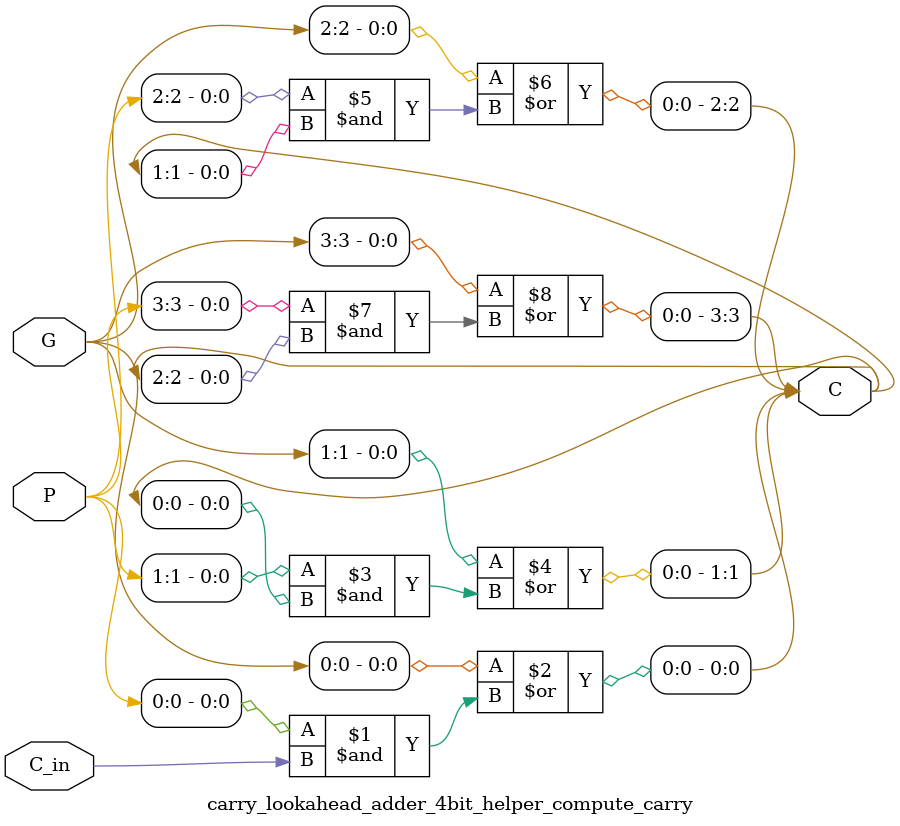
<source format=sv>
module carry_lookahead_adder
(
    input   logic[15:0]     A,
    input   logic[15:0]     B,
    output  logic[15:0]     Sum,
    output  logic           CO
);

    logic [3:0] PG, GG;
    compute_4bit_PG_GG get_PG_GG_0(.P(A[3:0]), .G(B[3:0]), .PG(PG[0]), .GG(GG[0]));
    compute_4bit_PG_GG get_PG_GG_1(.P(A[7:4]), .G(B[7:4]), .PG(PG[1]), .GG(GG[1]));
    compute_4bit_PG_GG get_PG_GG_2(.P(A[11:8]), .G(B[11:8]), .PG(PG[2]), .GG(GG[2]));
    compute_4bit_PG_GG get_PG_GG_3(.P(A[15:12]), .G(B[15:12]), .PG(PG[3]), .GG(GG[3]));

    logic [3:0] C_4;
    carry_lookahead_adder_4bit_helper_compute_carry get_c_4(.P(PG), .G(GG), .C_in(1'b0), .C(C_4));

    logic [3:0] rubbish;
    carry_lookahead_adder_4bit get_sum_0(.A(A[3:0]), .B(B[3:0]), .C_in(1'b0), .Sum(Sum[3:0]), .CO(rubbish[0]));
    carry_lookahead_adder_4bit get_sum_1(.A(A[7:4]), .B(B[7:4]), .C_in(C_4[0]), .Sum(Sum[7:4]), .CO(rubbish[1]));
    carry_lookahead_adder_4bit get_sum_2(.A(A[11:8]), .B(B[11:8]), .C_in(C_4[1]), .Sum(Sum[11:8]), .CO(rubbish[2]));
    carry_lookahead_adder_4bit get_sum_3(.A(A[15:12]), .B(B[15:12]), .C_in(C_4[2]), .Sum(Sum[15:12]), .CO(rubbish[3]));

    assign CO = C_4[3];


endmodule



module compute_4bit_PG_GG
(
    input   logic[3:0]     P,
    input   logic[3:0]     G,
    output  logic         PG,
    output  logic         GG
);

    assign PG = P[0] & P[1] & P[2] & P[3];
    assign GG = G[3] | (G[2] & P[3]) | (G[1] & P[2] & P[3]) | (G[0] & P[1] & P[2] & P[3]);

endmodule



module carry_lookahead_adder_4bit
(
    input   logic[3:0]     A,
    input   logic[3:0]     B,
    input   logic          C_in,
    output  logic[3:0]     Sum,
    output  logic          CO
);

    logic [3:0] G, P, C;

    assign G=A&B;
    assign P=A^B;

    carry_lookahead_adder_4bit_helper_compute_carry get_c(.P(P), .G(G), .C_in(C_in), .C(C));

    assign Sum[0] = P[0] ^ C_in;
    assign Sum[1] = P[1] ^ C[0];
    assign Sum[2] = P[2] ^ C[1];
    assign Sum[3] = P[3] ^ C[2];
    assign CO = C[3];

endmodule



module carry_lookahead_adder_4bit_helper_compute_carry
(
    input   logic[3:0]     P,
    input   logic[3:0]     G,
    input   logic          C_in,
    output  logic[3:0]     C
);

    assign C[0]=G[0] | (P[0] & C_in);
    assign C[1]=G[1] | (P[1] & C[0]);
    assign C[2]=G[2] | (P[2] & C[1]);
    assign C[3]=G[3] | (P[3] & C[2]);

endmodule

</source>
